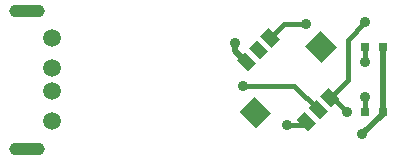
<source format=gbr>
G04 #@! TF.FileFunction,Copper,L2,Bot,Signal*
%FSLAX46Y46*%
G04 Gerber Fmt 4.6, Leading zero omitted, Abs format (unit mm)*
G04 Created by KiCad (PCBNEW 4.0.1-3.201512221402+6198~38~ubuntu14.04.1-stable) date Tue 02 Feb 2016 05:40:22 PM CET*
%MOMM*%
G01*
G04 APERTURE LIST*
%ADD10C,0.020000*%
%ADD11C,1.500000*%
%ADD12O,3.000000X1.100000*%
%ADD13R,0.797560X0.797560*%
%ADD14C,0.900000*%
%ADD15C,0.508000*%
%ADD16C,0.381000*%
G04 APERTURE END LIST*
D10*
D11*
X142969000Y-178857000D03*
X142969000Y-181357000D03*
X142969000Y-183357000D03*
X142969000Y-185857000D03*
D12*
X140869000Y-176507000D03*
X140869000Y-188207000D03*
D10*
G36*
X160246639Y-186493575D02*
X158832425Y-185079361D01*
X160105217Y-183806569D01*
X161519431Y-185220783D01*
X160246639Y-186493575D01*
X160246639Y-186493575D01*
G37*
G36*
X165832783Y-180907431D02*
X164418569Y-179493217D01*
X165691361Y-178220425D01*
X167105575Y-179634639D01*
X165832783Y-180907431D01*
X165832783Y-180907431D01*
G37*
G36*
X164613024Y-186723384D02*
X163658430Y-185768790D01*
X164365536Y-185061684D01*
X165320130Y-186016278D01*
X164613024Y-186723384D01*
X164613024Y-186723384D01*
G37*
G36*
X159557210Y-181667570D02*
X158602616Y-180712976D01*
X159309722Y-180005870D01*
X160264316Y-180960464D01*
X159557210Y-181667570D01*
X159557210Y-181667570D01*
G37*
G36*
X165620651Y-185715757D02*
X164666057Y-184761163D01*
X165373163Y-184054057D01*
X166327757Y-185008651D01*
X165620651Y-185715757D01*
X165620651Y-185715757D01*
G37*
G36*
X160564837Y-180659943D02*
X159610243Y-179705349D01*
X160317349Y-178998243D01*
X161271943Y-179952837D01*
X160564837Y-180659943D01*
X160564837Y-180659943D01*
G37*
G36*
X166628278Y-184708130D02*
X165673684Y-183753536D01*
X166380790Y-183046430D01*
X167335384Y-184001024D01*
X166628278Y-184708130D01*
X166628278Y-184708130D01*
G37*
G36*
X161572464Y-179652316D02*
X160617870Y-178697722D01*
X161324976Y-177990616D01*
X162279570Y-178945210D01*
X161572464Y-179652316D01*
X161572464Y-179652316D01*
G37*
D13*
X169469700Y-185107000D03*
X170968300Y-185107000D03*
X169469700Y-179607000D03*
X170968300Y-179607000D03*
D14*
X158500000Y-179250000D03*
X169250000Y-187000000D03*
X159169000Y-182857000D03*
X162900000Y-186200000D03*
X164469000Y-177657000D03*
X169500000Y-177500000D03*
X167969000Y-185107000D03*
X169469000Y-183857000D03*
X169469000Y-180857000D03*
D15*
X159433466Y-180836720D02*
X158500000Y-179903254D01*
X158500000Y-179903254D02*
X158500000Y-179250000D01*
X170968300Y-185107000D02*
X170968300Y-179607000D01*
X169250000Y-187000000D02*
X170968300Y-185281700D01*
D16*
X170968300Y-185281700D02*
X170968300Y-185107000D01*
X165496907Y-184884907D02*
X163469000Y-182857000D01*
X163469000Y-182857000D02*
X159169000Y-182857000D01*
X162900000Y-186200000D02*
X164181814Y-186200000D01*
X164181814Y-186200000D02*
X164489280Y-185892534D01*
X164469000Y-177657000D02*
X162613186Y-177657000D01*
X162613186Y-177657000D02*
X161448720Y-178821466D01*
X166504534Y-183877280D02*
X168000000Y-182381814D01*
X168000000Y-179000000D02*
X169500000Y-177500000D01*
X168000000Y-182381814D02*
X168000000Y-179000000D01*
X166504534Y-183877280D02*
X166739280Y-183877280D01*
X166739280Y-183877280D02*
X167969000Y-185107000D01*
X169469700Y-183857700D02*
X169469700Y-185107000D01*
X169469000Y-183857000D02*
X169469700Y-183857700D01*
X169469700Y-179607000D02*
X169469000Y-179607700D01*
X169469000Y-179607700D02*
X169469000Y-180857000D01*
M02*

</source>
